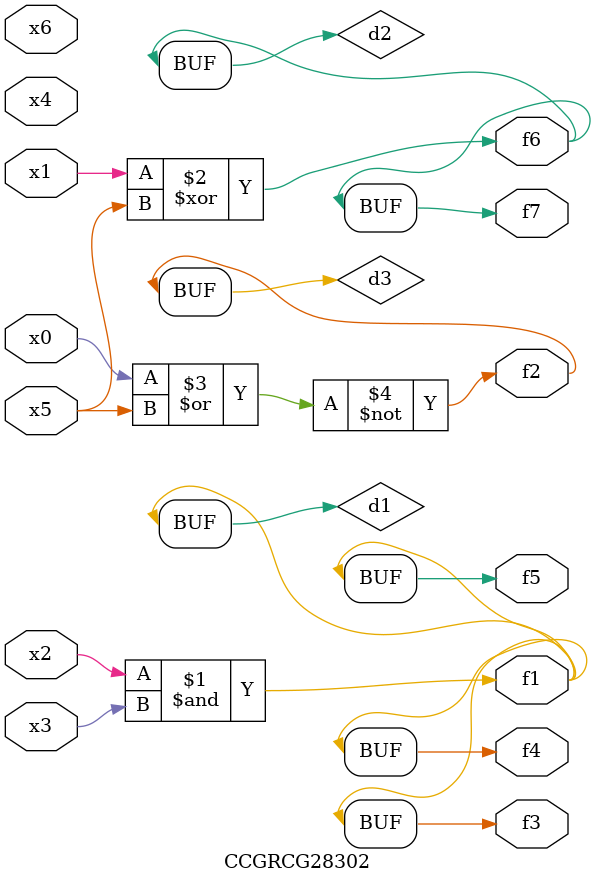
<source format=v>
module CCGRCG28302(
	input x0, x1, x2, x3, x4, x5, x6,
	output f1, f2, f3, f4, f5, f6, f7
);

	wire d1, d2, d3;

	and (d1, x2, x3);
	xor (d2, x1, x5);
	nor (d3, x0, x5);
	assign f1 = d1;
	assign f2 = d3;
	assign f3 = d1;
	assign f4 = d1;
	assign f5 = d1;
	assign f6 = d2;
	assign f7 = d2;
endmodule

</source>
